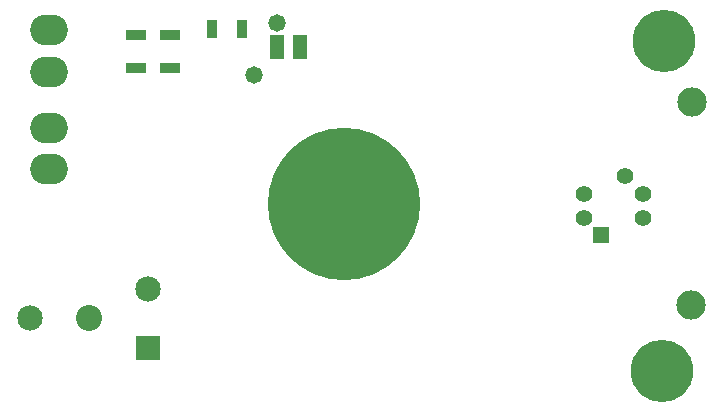
<source format=gbr>
%TF.GenerationSoftware,Altium Limited,Altium Designer,24.6.1 (21)*%
G04 Layer_Color=8388736*
%FSLAX45Y45*%
%MOMM*%
%TF.SameCoordinates,973C4F09-4287-4DA2-A26F-92637CA031E7*%
%TF.FilePolarity,Negative*%
%TF.FileFunction,Soldermask,Top*%
%TF.Part,Single*%
G01*
G75*
%TA.AperFunction,SMDPad,CuDef*%
%ADD10R,1.70000X0.95000*%
%ADD12R,0.95606X1.60981*%
%ADD37R,1.20320X0.65320*%
%TA.AperFunction,ComponentPad*%
%ADD38R,1.39520X1.39520*%
%ADD39C,1.39520*%
%TA.AperFunction,ViaPad*%
%ADD40C,12.90320*%
%ADD41C,5.28320*%
%TA.AperFunction,ComponentPad*%
%ADD42R,2.15320X2.15320*%
%ADD43C,2.15320*%
%ADD44C,2.20320*%
%TA.AperFunction,ViaPad*%
%ADD45C,2.48920*%
%TA.AperFunction,ComponentPad*%
%ADD46O,3.20320X2.60320*%
%TA.AperFunction,ViaPad*%
%ADD47C,1.47320*%
D10*
X3949700Y12115500D02*
D03*
Y12395500D02*
D03*
X3657600Y12115500D02*
D03*
Y12395500D02*
D03*
D12*
X4302191Y12446000D02*
D03*
X4562409D02*
D03*
D37*
X4857999Y12358599D02*
D03*
Y12293600D02*
D03*
Y12228601D02*
D03*
X5048001D02*
D03*
Y12293600D02*
D03*
Y12358599D02*
D03*
D38*
X7597399Y10699699D02*
D03*
D39*
X7451298Y10845800D02*
D03*
Y11052399D02*
D03*
X7804003Y11198499D02*
D03*
X7950200Y11052399D02*
D03*
Y10845800D02*
D03*
D40*
X5422900Y10960100D02*
D03*
D41*
X8128000Y12344400D02*
D03*
X8115300Y9550400D02*
D03*
D42*
X3763899Y9744898D02*
D03*
D43*
Y10244902D02*
D03*
X2763901Y9994900D02*
D03*
D44*
X3263900D02*
D03*
D45*
X8356600Y10109200D02*
D03*
X8369300Y11823700D02*
D03*
D46*
X2921000Y12433300D02*
D03*
Y12083298D02*
D03*
Y11607800D02*
D03*
Y11257798D02*
D03*
D47*
X4660900Y12059003D02*
D03*
X4851400Y12496800D02*
D03*
%TF.MD5,0a2cc69f977c6b949225bf588c9e6f6a*%
M02*

</source>
